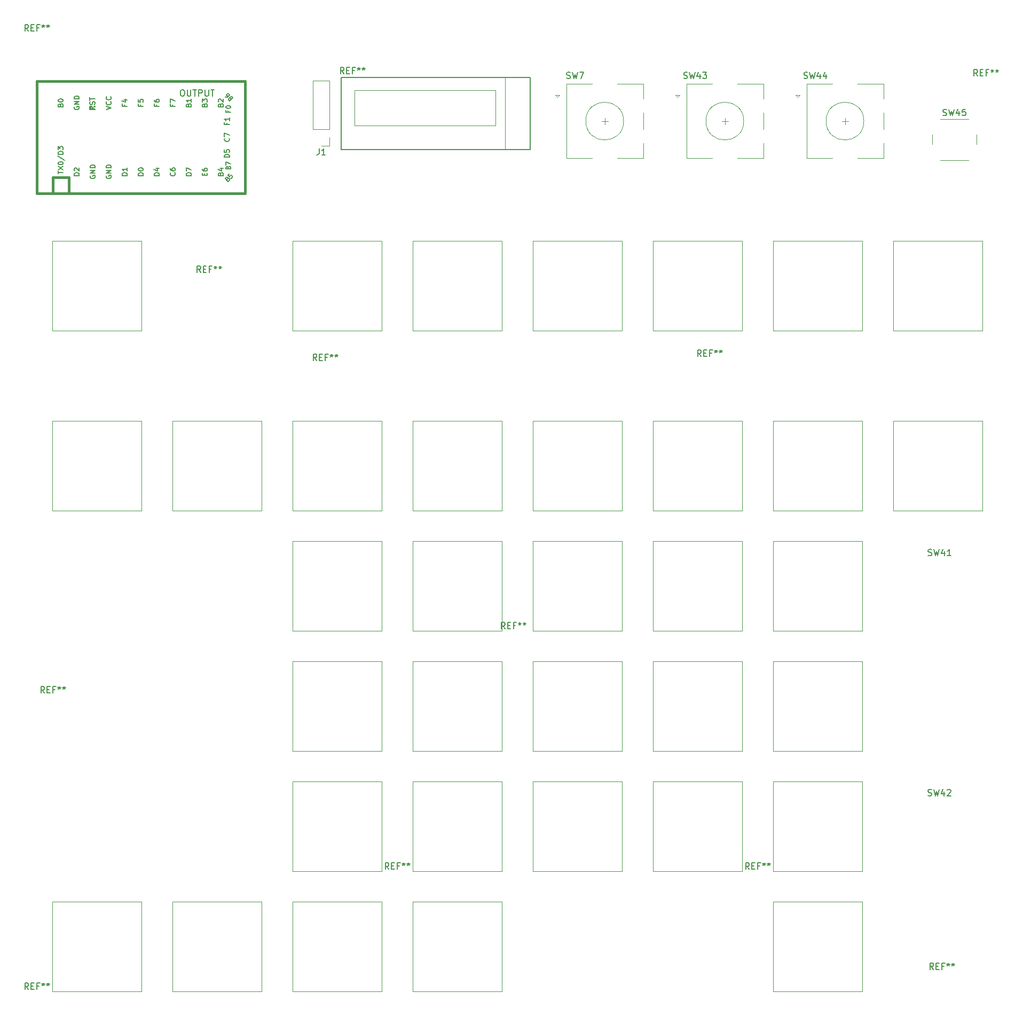
<source format=gbr>
%TF.GenerationSoftware,KiCad,Pcbnew,(5.1.10)-1*%
%TF.CreationDate,2021-08-17T12:27:07-04:00*%
%TF.ProjectId,macropad,6d616372-6f70-4616-942e-6b696361645f,rev?*%
%TF.SameCoordinates,Original*%
%TF.FileFunction,Legend,Top*%
%TF.FilePolarity,Positive*%
%FSLAX46Y46*%
G04 Gerber Fmt 4.6, Leading zero omitted, Abs format (unit mm)*
G04 Created by KiCad (PCBNEW (5.1.10)-1) date 2021-08-17 12:27:07*
%MOMM*%
%LPD*%
G01*
G04 APERTURE LIST*
%ADD10C,0.150000*%
%ADD11C,0.381000*%
%ADD12C,0.100000*%
%ADD13C,0.120000*%
G04 APERTURE END LIST*
D10*
X62365238Y-31837380D02*
X62555714Y-31837380D01*
X62650952Y-31885000D01*
X62746190Y-31980238D01*
X62793809Y-32170714D01*
X62793809Y-32504047D01*
X62746190Y-32694523D01*
X62650952Y-32789761D01*
X62555714Y-32837380D01*
X62365238Y-32837380D01*
X62270000Y-32789761D01*
X62174761Y-32694523D01*
X62127142Y-32504047D01*
X62127142Y-32170714D01*
X62174761Y-31980238D01*
X62270000Y-31885000D01*
X62365238Y-31837380D01*
X63222380Y-31837380D02*
X63222380Y-32646904D01*
X63270000Y-32742142D01*
X63317619Y-32789761D01*
X63412857Y-32837380D01*
X63603333Y-32837380D01*
X63698571Y-32789761D01*
X63746190Y-32742142D01*
X63793809Y-32646904D01*
X63793809Y-31837380D01*
X64127142Y-31837380D02*
X64698571Y-31837380D01*
X64412857Y-32837380D02*
X64412857Y-31837380D01*
X65031904Y-32837380D02*
X65031904Y-31837380D01*
X65412857Y-31837380D01*
X65508095Y-31885000D01*
X65555714Y-31932619D01*
X65603333Y-32027857D01*
X65603333Y-32170714D01*
X65555714Y-32265952D01*
X65508095Y-32313571D01*
X65412857Y-32361190D01*
X65031904Y-32361190D01*
X66031904Y-31837380D02*
X66031904Y-32646904D01*
X66079523Y-32742142D01*
X66127142Y-32789761D01*
X66222380Y-32837380D01*
X66412857Y-32837380D01*
X66508095Y-32789761D01*
X66555714Y-32742142D01*
X66603333Y-32646904D01*
X66603333Y-31837380D01*
X66936666Y-31837380D02*
X67508095Y-31837380D01*
X67222380Y-32837380D02*
X67222380Y-31837380D01*
D11*
%TO.C,U1*%
X41910000Y-48260000D02*
X72390000Y-48260000D01*
X72390000Y-48260000D02*
X72390000Y-30480000D01*
X72390000Y-30480000D02*
X41910000Y-30480000D01*
X41910000Y-45720000D02*
X44450000Y-45720000D01*
X44450000Y-45720000D02*
X44450000Y-48260000D01*
D10*
G36*
X47789360Y-34438432D02*
G01*
X48089360Y-34438432D01*
X48089360Y-34538432D01*
X47789360Y-34538432D01*
X47789360Y-34438432D01*
G37*
X47789360Y-34438432D02*
X48089360Y-34438432D01*
X48089360Y-34538432D01*
X47789360Y-34538432D01*
X47789360Y-34438432D01*
G36*
X48189360Y-34638432D02*
G01*
X48289360Y-34638432D01*
X48289360Y-34738432D01*
X48189360Y-34738432D01*
X48189360Y-34638432D01*
G37*
X48189360Y-34638432D02*
X48289360Y-34638432D01*
X48289360Y-34738432D01*
X48189360Y-34738432D01*
X48189360Y-34638432D01*
G36*
X47789360Y-34438432D02*
G01*
X47889360Y-34438432D01*
X47889360Y-34938432D01*
X47789360Y-34938432D01*
X47789360Y-34438432D01*
G37*
X47789360Y-34438432D02*
X47889360Y-34438432D01*
X47889360Y-34938432D01*
X47789360Y-34938432D01*
X47789360Y-34438432D01*
G36*
X47789360Y-34838432D02*
G01*
X48589360Y-34838432D01*
X48589360Y-34938432D01*
X47789360Y-34938432D01*
X47789360Y-34838432D01*
G37*
X47789360Y-34838432D02*
X48589360Y-34838432D01*
X48589360Y-34938432D01*
X47789360Y-34938432D01*
X47789360Y-34838432D01*
G36*
X48389360Y-34438432D02*
G01*
X48589360Y-34438432D01*
X48589360Y-34538432D01*
X48389360Y-34538432D01*
X48389360Y-34438432D01*
G37*
X48389360Y-34438432D02*
X48589360Y-34438432D01*
X48589360Y-34538432D01*
X48389360Y-34538432D01*
X48389360Y-34438432D01*
D11*
X41910000Y-30480000D02*
X39370000Y-30480000D01*
X39370000Y-30480000D02*
X39370000Y-48260000D01*
X39370000Y-48260000D02*
X41910000Y-48260000D01*
X41910000Y-45720000D02*
X41910000Y-48260000D01*
D10*
%TO.C,REF\u002A\u002A*%
X87630000Y-41345000D02*
X87630000Y-29845000D01*
X117630000Y-29845000D02*
X117630000Y-41345000D01*
X87630000Y-29845000D02*
X117630000Y-29845000D01*
X87630000Y-41345000D02*
X117630000Y-41345000D01*
D12*
X89730000Y-31945000D02*
X112110000Y-31945000D01*
X89730000Y-31945000D02*
X89730000Y-37525000D01*
X89730000Y-37525000D02*
X112110000Y-37525000D01*
X112110000Y-31945000D02*
X112110000Y-37525000D01*
X113630000Y-29845000D02*
X113630000Y-41345000D01*
D13*
%TO.C,SW43*%
X151470000Y-36790000D02*
G75*
G03*
X151470000Y-36790000I-3000000J0D01*
G01*
X150470000Y-30890000D02*
X154570000Y-30890000D01*
X154570000Y-42690000D02*
X150470000Y-42690000D01*
X146470000Y-42690000D02*
X142370000Y-42690000D01*
X146470000Y-30890000D02*
X142370000Y-30890000D01*
X142370000Y-30890000D02*
X142370000Y-42690000D01*
X140970000Y-32990000D02*
X140670000Y-32690000D01*
X140670000Y-32690000D02*
X141270000Y-32690000D01*
X141270000Y-32690000D02*
X140970000Y-32990000D01*
X154570000Y-30890000D02*
X154570000Y-33290000D01*
X154570000Y-35490000D02*
X154570000Y-38090000D01*
X154570000Y-40290000D02*
X154570000Y-42690000D01*
X148470000Y-36290000D02*
X148470000Y-37290000D01*
X147970000Y-36790000D02*
X148970000Y-36790000D01*
%TO.C,SW45*%
X182610000Y-42965000D02*
X187110000Y-42965000D01*
X181360000Y-38965000D02*
X181360000Y-40465000D01*
X187110000Y-36465000D02*
X182610000Y-36465000D01*
X188360000Y-40465000D02*
X188360000Y-38965000D01*
%TO.C,SW10*%
X79895000Y-55765000D02*
X79895000Y-69965000D01*
X79895000Y-69965000D02*
X94095000Y-69965000D01*
X94095000Y-69965000D02*
X94095000Y-55765000D01*
X94095000Y-55765000D02*
X79895000Y-55765000D01*
%TO.C,SW44*%
X170520000Y-36790000D02*
G75*
G03*
X170520000Y-36790000I-3000000J0D01*
G01*
X169520000Y-30890000D02*
X173620000Y-30890000D01*
X173620000Y-42690000D02*
X169520000Y-42690000D01*
X165520000Y-42690000D02*
X161420000Y-42690000D01*
X165520000Y-30890000D02*
X161420000Y-30890000D01*
X161420000Y-30890000D02*
X161420000Y-42690000D01*
X160020000Y-32990000D02*
X159720000Y-32690000D01*
X159720000Y-32690000D02*
X160320000Y-32690000D01*
X160320000Y-32690000D02*
X160020000Y-32990000D01*
X173620000Y-30890000D02*
X173620000Y-33290000D01*
X173620000Y-35490000D02*
X173620000Y-38090000D01*
X173620000Y-40290000D02*
X173620000Y-42690000D01*
X167520000Y-36290000D02*
X167520000Y-37290000D01*
X167020000Y-36790000D02*
X168020000Y-36790000D01*
%TO.C,SW7*%
X132420000Y-36790000D02*
G75*
G03*
X132420000Y-36790000I-3000000J0D01*
G01*
X131420000Y-30890000D02*
X135520000Y-30890000D01*
X135520000Y-42690000D02*
X131420000Y-42690000D01*
X127420000Y-42690000D02*
X123320000Y-42690000D01*
X127420000Y-30890000D02*
X123320000Y-30890000D01*
X123320000Y-30890000D02*
X123320000Y-42690000D01*
X121920000Y-32990000D02*
X121620000Y-32690000D01*
X121620000Y-32690000D02*
X122220000Y-32690000D01*
X122220000Y-32690000D02*
X121920000Y-32990000D01*
X135520000Y-30890000D02*
X135520000Y-33290000D01*
X135520000Y-35490000D02*
X135520000Y-38090000D01*
X135520000Y-40290000D02*
X135520000Y-42690000D01*
X129420000Y-36290000D02*
X129420000Y-37290000D01*
X128920000Y-36790000D02*
X129920000Y-36790000D01*
%TO.C,J1*%
X85785000Y-40700000D02*
X84455000Y-40700000D01*
X85785000Y-39370000D02*
X85785000Y-40700000D01*
X85785000Y-38100000D02*
X83125000Y-38100000D01*
X83125000Y-38100000D02*
X83125000Y-30420000D01*
X85785000Y-38100000D02*
X85785000Y-30420000D01*
X85785000Y-30420000D02*
X83125000Y-30420000D01*
%TO.C,SW40*%
X189345000Y-84340000D02*
X175145000Y-84340000D01*
X189345000Y-98540000D02*
X189345000Y-84340000D01*
X175145000Y-98540000D02*
X189345000Y-98540000D01*
X175145000Y-84340000D02*
X175145000Y-98540000D01*
%TO.C,SW39*%
X175145000Y-55765000D02*
X175145000Y-69965000D01*
X175145000Y-69965000D02*
X189345000Y-69965000D01*
X189345000Y-69965000D02*
X189345000Y-55765000D01*
X189345000Y-55765000D02*
X175145000Y-55765000D01*
%TO.C,SW38*%
X170295000Y-160540000D02*
X156095000Y-160540000D01*
X170295000Y-174740000D02*
X170295000Y-160540000D01*
X156095000Y-174740000D02*
X170295000Y-174740000D01*
X156095000Y-160540000D02*
X156095000Y-174740000D01*
%TO.C,SW37*%
X170295000Y-141490000D02*
X156095000Y-141490000D01*
X170295000Y-155690000D02*
X170295000Y-141490000D01*
X156095000Y-155690000D02*
X170295000Y-155690000D01*
X156095000Y-141490000D02*
X156095000Y-155690000D01*
%TO.C,SW36*%
X170295000Y-122440000D02*
X156095000Y-122440000D01*
X170295000Y-136640000D02*
X170295000Y-122440000D01*
X156095000Y-136640000D02*
X170295000Y-136640000D01*
X156095000Y-122440000D02*
X156095000Y-136640000D01*
%TO.C,SW35*%
X170295000Y-103390000D02*
X156095000Y-103390000D01*
X170295000Y-117590000D02*
X170295000Y-103390000D01*
X156095000Y-117590000D02*
X170295000Y-117590000D01*
X156095000Y-103390000D02*
X156095000Y-117590000D01*
%TO.C,SW34*%
X170295000Y-84340000D02*
X156095000Y-84340000D01*
X170295000Y-98540000D02*
X170295000Y-84340000D01*
X156095000Y-98540000D02*
X170295000Y-98540000D01*
X156095000Y-84340000D02*
X156095000Y-98540000D01*
%TO.C,SW33*%
X156095000Y-55765000D02*
X156095000Y-69965000D01*
X156095000Y-69965000D02*
X170295000Y-69965000D01*
X170295000Y-69965000D02*
X170295000Y-55765000D01*
X170295000Y-55765000D02*
X156095000Y-55765000D01*
%TO.C,SW32*%
X151245000Y-141490000D02*
X137045000Y-141490000D01*
X151245000Y-155690000D02*
X151245000Y-141490000D01*
X137045000Y-155690000D02*
X151245000Y-155690000D01*
X137045000Y-141490000D02*
X137045000Y-155690000D01*
%TO.C,SW31*%
X151245000Y-122440000D02*
X137045000Y-122440000D01*
X151245000Y-136640000D02*
X151245000Y-122440000D01*
X137045000Y-136640000D02*
X151245000Y-136640000D01*
X137045000Y-122440000D02*
X137045000Y-136640000D01*
%TO.C,SW30*%
X151245000Y-103390000D02*
X137045000Y-103390000D01*
X151245000Y-117590000D02*
X151245000Y-103390000D01*
X137045000Y-117590000D02*
X151245000Y-117590000D01*
X137045000Y-103390000D02*
X137045000Y-117590000D01*
%TO.C,SW29*%
X151245000Y-84340000D02*
X137045000Y-84340000D01*
X151245000Y-98540000D02*
X151245000Y-84340000D01*
X137045000Y-98540000D02*
X151245000Y-98540000D01*
X137045000Y-84340000D02*
X137045000Y-98540000D01*
%TO.C,SW28*%
X137045000Y-55765000D02*
X137045000Y-69965000D01*
X137045000Y-69965000D02*
X151245000Y-69965000D01*
X151245000Y-69965000D02*
X151245000Y-55765000D01*
X151245000Y-55765000D02*
X137045000Y-55765000D01*
%TO.C,SW26*%
X132195000Y-141490000D02*
X117995000Y-141490000D01*
X132195000Y-155690000D02*
X132195000Y-141490000D01*
X117995000Y-155690000D02*
X132195000Y-155690000D01*
X117995000Y-141490000D02*
X117995000Y-155690000D01*
%TO.C,SW25*%
X132195000Y-122440000D02*
X117995000Y-122440000D01*
X132195000Y-136640000D02*
X132195000Y-122440000D01*
X117995000Y-136640000D02*
X132195000Y-136640000D01*
X117995000Y-122440000D02*
X117995000Y-136640000D01*
%TO.C,SW24*%
X132195000Y-103390000D02*
X117995000Y-103390000D01*
X132195000Y-117590000D02*
X132195000Y-103390000D01*
X117995000Y-117590000D02*
X132195000Y-117590000D01*
X117995000Y-103390000D02*
X117995000Y-117590000D01*
%TO.C,SW23*%
X132195000Y-84340000D02*
X117995000Y-84340000D01*
X132195000Y-98540000D02*
X132195000Y-84340000D01*
X117995000Y-98540000D02*
X132195000Y-98540000D01*
X117995000Y-84340000D02*
X117995000Y-98540000D01*
%TO.C,SW22*%
X117995000Y-55765000D02*
X117995000Y-69965000D01*
X117995000Y-69965000D02*
X132195000Y-69965000D01*
X132195000Y-69965000D02*
X132195000Y-55765000D01*
X132195000Y-55765000D02*
X117995000Y-55765000D01*
%TO.C,SW21*%
X113145000Y-160540000D02*
X98945000Y-160540000D01*
X113145000Y-174740000D02*
X113145000Y-160540000D01*
X98945000Y-174740000D02*
X113145000Y-174740000D01*
X98945000Y-160540000D02*
X98945000Y-174740000D01*
%TO.C,SW20*%
X113145000Y-141490000D02*
X98945000Y-141490000D01*
X113145000Y-155690000D02*
X113145000Y-141490000D01*
X98945000Y-155690000D02*
X113145000Y-155690000D01*
X98945000Y-141490000D02*
X98945000Y-155690000D01*
%TO.C,SW19*%
X113145000Y-122440000D02*
X98945000Y-122440000D01*
X113145000Y-136640000D02*
X113145000Y-122440000D01*
X98945000Y-136640000D02*
X113145000Y-136640000D01*
X98945000Y-122440000D02*
X98945000Y-136640000D01*
%TO.C,SW18*%
X113145000Y-103390000D02*
X98945000Y-103390000D01*
X113145000Y-117590000D02*
X113145000Y-103390000D01*
X98945000Y-117590000D02*
X113145000Y-117590000D01*
X98945000Y-103390000D02*
X98945000Y-117590000D01*
%TO.C,SW17*%
X113145000Y-84340000D02*
X98945000Y-84340000D01*
X113145000Y-98540000D02*
X113145000Y-84340000D01*
X98945000Y-98540000D02*
X113145000Y-98540000D01*
X98945000Y-84340000D02*
X98945000Y-98540000D01*
%TO.C,SW16*%
X98945000Y-55765000D02*
X98945000Y-69965000D01*
X98945000Y-69965000D02*
X113145000Y-69965000D01*
X113145000Y-69965000D02*
X113145000Y-55765000D01*
X113145000Y-55765000D02*
X98945000Y-55765000D01*
%TO.C,SW15*%
X94095000Y-160540000D02*
X79895000Y-160540000D01*
X94095000Y-174740000D02*
X94095000Y-160540000D01*
X79895000Y-174740000D02*
X94095000Y-174740000D01*
X79895000Y-160540000D02*
X79895000Y-174740000D01*
%TO.C,SW14*%
X94095000Y-141490000D02*
X79895000Y-141490000D01*
X94095000Y-155690000D02*
X94095000Y-141490000D01*
X79895000Y-155690000D02*
X94095000Y-155690000D01*
X79895000Y-141490000D02*
X79895000Y-155690000D01*
%TO.C,SW13*%
X94095000Y-122440000D02*
X79895000Y-122440000D01*
X94095000Y-136640000D02*
X94095000Y-122440000D01*
X79895000Y-136640000D02*
X94095000Y-136640000D01*
X79895000Y-122440000D02*
X79895000Y-136640000D01*
%TO.C,SW12*%
X94095000Y-103390000D02*
X79895000Y-103390000D01*
X94095000Y-117590000D02*
X94095000Y-103390000D01*
X79895000Y-117590000D02*
X94095000Y-117590000D01*
X79895000Y-103390000D02*
X79895000Y-117590000D01*
%TO.C,SW11*%
X94095000Y-84340000D02*
X79895000Y-84340000D01*
X94095000Y-98540000D02*
X94095000Y-84340000D01*
X79895000Y-98540000D02*
X94095000Y-98540000D01*
X79895000Y-84340000D02*
X79895000Y-98540000D01*
%TO.C,SW9*%
X75045000Y-160540000D02*
X60845000Y-160540000D01*
X75045000Y-174740000D02*
X75045000Y-160540000D01*
X60845000Y-174740000D02*
X75045000Y-174740000D01*
X60845000Y-160540000D02*
X60845000Y-174740000D01*
%TO.C,SW8*%
X75045000Y-84340000D02*
X60845000Y-84340000D01*
X75045000Y-98540000D02*
X75045000Y-84340000D01*
X60845000Y-98540000D02*
X75045000Y-98540000D01*
X60845000Y-84340000D02*
X60845000Y-98540000D01*
%TO.C,SW6*%
X55995000Y-160540000D02*
X41795000Y-160540000D01*
X55995000Y-174740000D02*
X55995000Y-160540000D01*
X41795000Y-174740000D02*
X55995000Y-174740000D01*
X41795000Y-160540000D02*
X41795000Y-174740000D01*
%TO.C,SW2*%
X55995000Y-84340000D02*
X41795000Y-84340000D01*
X55995000Y-98540000D02*
X55995000Y-84340000D01*
X41795000Y-98540000D02*
X55995000Y-98540000D01*
X41795000Y-84340000D02*
X41795000Y-98540000D01*
%TO.C,SW1*%
X41795000Y-55765000D02*
X41795000Y-69965000D01*
X41795000Y-69965000D02*
X55995000Y-69965000D01*
X55995000Y-69965000D02*
X55995000Y-55765000D01*
X55995000Y-55765000D02*
X41795000Y-55765000D01*
%TO.C,U1*%
D10*
X69911904Y-42500476D02*
X69111904Y-42500476D01*
X69111904Y-42310000D01*
X69150000Y-42195714D01*
X69226190Y-42119523D01*
X69302380Y-42081428D01*
X69454761Y-42043333D01*
X69569047Y-42043333D01*
X69721428Y-42081428D01*
X69797619Y-42119523D01*
X69873809Y-42195714D01*
X69911904Y-42310000D01*
X69911904Y-42500476D01*
X69111904Y-41319523D02*
X69111904Y-41700476D01*
X69492857Y-41738571D01*
X69454761Y-41700476D01*
X69416666Y-41624285D01*
X69416666Y-41433809D01*
X69454761Y-41357619D01*
X69492857Y-41319523D01*
X69569047Y-41281428D01*
X69759523Y-41281428D01*
X69835714Y-41319523D01*
X69873809Y-41357619D01*
X69911904Y-41433809D01*
X69911904Y-41624285D01*
X69873809Y-41700476D01*
X69835714Y-41738571D01*
X69492857Y-37096666D02*
X69492857Y-37363333D01*
X69911904Y-37363333D02*
X69111904Y-37363333D01*
X69111904Y-36982380D01*
X69911904Y-36258571D02*
X69911904Y-36715714D01*
X69911904Y-36487142D02*
X69111904Y-36487142D01*
X69226190Y-36563333D01*
X69302380Y-36639523D01*
X69340476Y-36715714D01*
X69835714Y-39503333D02*
X69873809Y-39541428D01*
X69911904Y-39655714D01*
X69911904Y-39731904D01*
X69873809Y-39846190D01*
X69797619Y-39922380D01*
X69721428Y-39960476D01*
X69569047Y-39998571D01*
X69454761Y-39998571D01*
X69302380Y-39960476D01*
X69226190Y-39922380D01*
X69150000Y-39846190D01*
X69111904Y-39731904D01*
X69111904Y-39655714D01*
X69150000Y-39541428D01*
X69188095Y-39503333D01*
X69111904Y-39236666D02*
X69111904Y-38703333D01*
X69911904Y-39046190D01*
X70014991Y-33205702D02*
X69967851Y-33111421D01*
X69967851Y-33064280D01*
X69991421Y-32993570D01*
X70062132Y-32922859D01*
X70132842Y-32899289D01*
X70179983Y-32899289D01*
X70250693Y-32922859D01*
X70439255Y-33111421D01*
X69944280Y-33606396D01*
X69779289Y-33441404D01*
X69755719Y-33370693D01*
X69755719Y-33323553D01*
X69779289Y-33252842D01*
X69826429Y-33205702D01*
X69897140Y-33182132D01*
X69944280Y-33182132D01*
X70014991Y-33205702D01*
X70179983Y-33370693D01*
X69237174Y-32899289D02*
X69331455Y-32993570D01*
X69402165Y-33017140D01*
X69449306Y-33017140D01*
X69567157Y-32993570D01*
X69685008Y-32922859D01*
X69873570Y-32734297D01*
X69897140Y-32663587D01*
X69897140Y-32616446D01*
X69873570Y-32545735D01*
X69779289Y-32451455D01*
X69708578Y-32427884D01*
X69661438Y-32427884D01*
X69590727Y-32451455D01*
X69472876Y-32569306D01*
X69449306Y-32640016D01*
X69449306Y-32687157D01*
X69472876Y-32757867D01*
X69567157Y-32852148D01*
X69637867Y-32875719D01*
X69685008Y-32875719D01*
X69755719Y-32852148D01*
X69700000Y-35103333D02*
X69700000Y-35336666D01*
X70066666Y-35336666D02*
X69366666Y-35336666D01*
X69366666Y-35003333D01*
X69366666Y-34603333D02*
X69366666Y-34536666D01*
X69400000Y-34470000D01*
X69433333Y-34436666D01*
X69500000Y-34403333D01*
X69633333Y-34370000D01*
X69800000Y-34370000D01*
X69933333Y-34403333D01*
X70000000Y-34436666D01*
X70033333Y-34470000D01*
X70066666Y-34536666D01*
X70066666Y-34603333D01*
X70033333Y-34670000D01*
X70000000Y-34703333D01*
X69933333Y-34736666D01*
X69800000Y-34770000D01*
X69633333Y-34770000D01*
X69500000Y-34736666D01*
X69433333Y-34703333D01*
X69400000Y-34670000D01*
X69366666Y-34603333D01*
X69700000Y-44153333D02*
X69733333Y-44053333D01*
X69766666Y-44020000D01*
X69833333Y-43986666D01*
X69933333Y-43986666D01*
X70000000Y-44020000D01*
X70033333Y-44053333D01*
X70066666Y-44120000D01*
X70066666Y-44386666D01*
X69366666Y-44386666D01*
X69366666Y-44153333D01*
X69400000Y-44086666D01*
X69433333Y-44053333D01*
X69500000Y-44020000D01*
X69566666Y-44020000D01*
X69633333Y-44053333D01*
X69666666Y-44086666D01*
X69700000Y-44153333D01*
X69700000Y-44386666D01*
X69366666Y-43753333D02*
X69366666Y-43286666D01*
X70066666Y-43586666D01*
X42741904Y-45132348D02*
X42741904Y-44675205D01*
X43541904Y-44903776D02*
X42741904Y-44903776D01*
X42741904Y-44484729D02*
X43541904Y-43951395D01*
X42741904Y-43951395D02*
X43541904Y-44484729D01*
X42741904Y-43494252D02*
X42741904Y-43418062D01*
X42780000Y-43341872D01*
X42818095Y-43303776D01*
X42894285Y-43265681D01*
X43046666Y-43227586D01*
X43237142Y-43227586D01*
X43389523Y-43265681D01*
X43465714Y-43303776D01*
X43503809Y-43341872D01*
X43541904Y-43418062D01*
X43541904Y-43494252D01*
X43503809Y-43570443D01*
X43465714Y-43608538D01*
X43389523Y-43646633D01*
X43237142Y-43684729D01*
X43046666Y-43684729D01*
X42894285Y-43646633D01*
X42818095Y-43608538D01*
X42780000Y-43570443D01*
X42741904Y-43494252D01*
X42703809Y-42313300D02*
X43732380Y-42999014D01*
X43541904Y-42046633D02*
X42741904Y-42046633D01*
X42741904Y-41856157D01*
X42780000Y-41741872D01*
X42856190Y-41665681D01*
X42932380Y-41627586D01*
X43084761Y-41589491D01*
X43199047Y-41589491D01*
X43351428Y-41627586D01*
X43427619Y-41665681D01*
X43503809Y-41741872D01*
X43541904Y-41856157D01*
X43541904Y-42046633D01*
X42741904Y-41322824D02*
X42741904Y-40827586D01*
X43046666Y-41094252D01*
X43046666Y-40979967D01*
X43084761Y-40903776D01*
X43122857Y-40865681D01*
X43199047Y-40827586D01*
X43389523Y-40827586D01*
X43465714Y-40865681D01*
X43503809Y-40903776D01*
X43541904Y-40979967D01*
X43541904Y-41208538D01*
X43503809Y-41284729D01*
X43465714Y-41322824D01*
X46081904Y-45421476D02*
X45281904Y-45421476D01*
X45281904Y-45231000D01*
X45320000Y-45116714D01*
X45396190Y-45040523D01*
X45472380Y-45002428D01*
X45624761Y-44964333D01*
X45739047Y-44964333D01*
X45891428Y-45002428D01*
X45967619Y-45040523D01*
X46043809Y-45116714D01*
X46081904Y-45231000D01*
X46081904Y-45421476D01*
X45358095Y-44659571D02*
X45320000Y-44621476D01*
X45281904Y-44545285D01*
X45281904Y-44354809D01*
X45320000Y-44278619D01*
X45358095Y-44240523D01*
X45434285Y-44202428D01*
X45510476Y-44202428D01*
X45624761Y-44240523D01*
X46081904Y-44697666D01*
X46081904Y-44202428D01*
X56241904Y-45421476D02*
X55441904Y-45421476D01*
X55441904Y-45231000D01*
X55480000Y-45116714D01*
X55556190Y-45040523D01*
X55632380Y-45002428D01*
X55784761Y-44964333D01*
X55899047Y-44964333D01*
X56051428Y-45002428D01*
X56127619Y-45040523D01*
X56203809Y-45116714D01*
X56241904Y-45231000D01*
X56241904Y-45421476D01*
X55441904Y-44469095D02*
X55441904Y-44392904D01*
X55480000Y-44316714D01*
X55518095Y-44278619D01*
X55594285Y-44240523D01*
X55746666Y-44202428D01*
X55937142Y-44202428D01*
X56089523Y-44240523D01*
X56165714Y-44278619D01*
X56203809Y-44316714D01*
X56241904Y-44392904D01*
X56241904Y-44469095D01*
X56203809Y-44545285D01*
X56165714Y-44583380D01*
X56089523Y-44621476D01*
X55937142Y-44659571D01*
X55746666Y-44659571D01*
X55594285Y-44621476D01*
X55518095Y-44583380D01*
X55480000Y-44545285D01*
X55441904Y-44469095D01*
X53701904Y-45421476D02*
X52901904Y-45421476D01*
X52901904Y-45231000D01*
X52940000Y-45116714D01*
X53016190Y-45040523D01*
X53092380Y-45002428D01*
X53244761Y-44964333D01*
X53359047Y-44964333D01*
X53511428Y-45002428D01*
X53587619Y-45040523D01*
X53663809Y-45116714D01*
X53701904Y-45231000D01*
X53701904Y-45421476D01*
X53701904Y-44202428D02*
X53701904Y-44659571D01*
X53701904Y-44431000D02*
X52901904Y-44431000D01*
X53016190Y-44507190D01*
X53092380Y-44583380D01*
X53130476Y-44659571D01*
X50400000Y-45440523D02*
X50361904Y-45516714D01*
X50361904Y-45631000D01*
X50400000Y-45745285D01*
X50476190Y-45821476D01*
X50552380Y-45859571D01*
X50704761Y-45897666D01*
X50819047Y-45897666D01*
X50971428Y-45859571D01*
X51047619Y-45821476D01*
X51123809Y-45745285D01*
X51161904Y-45631000D01*
X51161904Y-45554809D01*
X51123809Y-45440523D01*
X51085714Y-45402428D01*
X50819047Y-45402428D01*
X50819047Y-45554809D01*
X51161904Y-45059571D02*
X50361904Y-45059571D01*
X51161904Y-44602428D01*
X50361904Y-44602428D01*
X51161904Y-44221476D02*
X50361904Y-44221476D01*
X50361904Y-44031000D01*
X50400000Y-43916714D01*
X50476190Y-43840523D01*
X50552380Y-43802428D01*
X50704761Y-43764333D01*
X50819047Y-43764333D01*
X50971428Y-43802428D01*
X51047619Y-43840523D01*
X51123809Y-43916714D01*
X51161904Y-44031000D01*
X51161904Y-44221476D01*
X47860000Y-45440523D02*
X47821904Y-45516714D01*
X47821904Y-45631000D01*
X47860000Y-45745285D01*
X47936190Y-45821476D01*
X48012380Y-45859571D01*
X48164761Y-45897666D01*
X48279047Y-45897666D01*
X48431428Y-45859571D01*
X48507619Y-45821476D01*
X48583809Y-45745285D01*
X48621904Y-45631000D01*
X48621904Y-45554809D01*
X48583809Y-45440523D01*
X48545714Y-45402428D01*
X48279047Y-45402428D01*
X48279047Y-45554809D01*
X48621904Y-45059571D02*
X47821904Y-45059571D01*
X48621904Y-44602428D01*
X47821904Y-44602428D01*
X48621904Y-44221476D02*
X47821904Y-44221476D01*
X47821904Y-44031000D01*
X47860000Y-43916714D01*
X47936190Y-43840523D01*
X48012380Y-43802428D01*
X48164761Y-43764333D01*
X48279047Y-43764333D01*
X48431428Y-43802428D01*
X48507619Y-43840523D01*
X48583809Y-43916714D01*
X48621904Y-44031000D01*
X48621904Y-44221476D01*
X58781904Y-45421476D02*
X57981904Y-45421476D01*
X57981904Y-45231000D01*
X58020000Y-45116714D01*
X58096190Y-45040523D01*
X58172380Y-45002428D01*
X58324761Y-44964333D01*
X58439047Y-44964333D01*
X58591428Y-45002428D01*
X58667619Y-45040523D01*
X58743809Y-45116714D01*
X58781904Y-45231000D01*
X58781904Y-45421476D01*
X58248571Y-44278619D02*
X58781904Y-44278619D01*
X57943809Y-44469095D02*
X58515238Y-44659571D01*
X58515238Y-44164333D01*
X61245714Y-44964333D02*
X61283809Y-45002428D01*
X61321904Y-45116714D01*
X61321904Y-45192904D01*
X61283809Y-45307190D01*
X61207619Y-45383380D01*
X61131428Y-45421476D01*
X60979047Y-45459571D01*
X60864761Y-45459571D01*
X60712380Y-45421476D01*
X60636190Y-45383380D01*
X60560000Y-45307190D01*
X60521904Y-45192904D01*
X60521904Y-45116714D01*
X60560000Y-45002428D01*
X60598095Y-44964333D01*
X60521904Y-44278619D02*
X60521904Y-44431000D01*
X60560000Y-44507190D01*
X60598095Y-44545285D01*
X60712380Y-44621476D01*
X60864761Y-44659571D01*
X61169523Y-44659571D01*
X61245714Y-44621476D01*
X61283809Y-44583380D01*
X61321904Y-44507190D01*
X61321904Y-44354809D01*
X61283809Y-44278619D01*
X61245714Y-44240523D01*
X61169523Y-44202428D01*
X60979047Y-44202428D01*
X60902857Y-44240523D01*
X60864761Y-44278619D01*
X60826666Y-44354809D01*
X60826666Y-44507190D01*
X60864761Y-44583380D01*
X60902857Y-44621476D01*
X60979047Y-44659571D01*
X63861904Y-45421476D02*
X63061904Y-45421476D01*
X63061904Y-45231000D01*
X63100000Y-45116714D01*
X63176190Y-45040523D01*
X63252380Y-45002428D01*
X63404761Y-44964333D01*
X63519047Y-44964333D01*
X63671428Y-45002428D01*
X63747619Y-45040523D01*
X63823809Y-45116714D01*
X63861904Y-45231000D01*
X63861904Y-45421476D01*
X63061904Y-44697666D02*
X63061904Y-44164333D01*
X63861904Y-44507190D01*
X65982857Y-45383380D02*
X65982857Y-45116714D01*
X66401904Y-45002428D02*
X66401904Y-45383380D01*
X65601904Y-45383380D01*
X65601904Y-45002428D01*
X65601904Y-44316714D02*
X65601904Y-44469095D01*
X65640000Y-44545285D01*
X65678095Y-44583380D01*
X65792380Y-44659571D01*
X65944761Y-44697666D01*
X66249523Y-44697666D01*
X66325714Y-44659571D01*
X66363809Y-44621476D01*
X66401904Y-44545285D01*
X66401904Y-44392904D01*
X66363809Y-44316714D01*
X66325714Y-44278619D01*
X66249523Y-44240523D01*
X66059047Y-44240523D01*
X65982857Y-44278619D01*
X65944761Y-44316714D01*
X65906666Y-44392904D01*
X65906666Y-44545285D01*
X65944761Y-44621476D01*
X65982857Y-44659571D01*
X66059047Y-44697666D01*
X68522857Y-45154809D02*
X68560952Y-45040523D01*
X68599047Y-45002428D01*
X68675238Y-44964333D01*
X68789523Y-44964333D01*
X68865714Y-45002428D01*
X68903809Y-45040523D01*
X68941904Y-45116714D01*
X68941904Y-45421476D01*
X68141904Y-45421476D01*
X68141904Y-45154809D01*
X68180000Y-45078619D01*
X68218095Y-45040523D01*
X68294285Y-45002428D01*
X68370476Y-45002428D01*
X68446666Y-45040523D01*
X68484761Y-45078619D01*
X68522857Y-45154809D01*
X68522857Y-45421476D01*
X68408571Y-44278619D02*
X68941904Y-44278619D01*
X68103809Y-44469095D02*
X68675238Y-44659571D01*
X68675238Y-44164333D01*
X69614297Y-45934991D02*
X69708578Y-45887851D01*
X69755719Y-45887851D01*
X69826429Y-45911421D01*
X69897140Y-45982132D01*
X69920710Y-46052842D01*
X69920710Y-46099983D01*
X69897140Y-46170693D01*
X69708578Y-46359255D01*
X69213603Y-45864280D01*
X69378595Y-45699289D01*
X69449306Y-45675719D01*
X69496446Y-45675719D01*
X69567157Y-45699289D01*
X69614297Y-45746429D01*
X69637867Y-45817140D01*
X69637867Y-45864280D01*
X69614297Y-45934991D01*
X69449306Y-46099983D01*
X69944280Y-45133603D02*
X69708578Y-45369306D01*
X69920710Y-45628578D01*
X69920710Y-45581438D01*
X69944280Y-45510727D01*
X70062132Y-45392876D01*
X70132842Y-45369306D01*
X70179983Y-45369306D01*
X70250693Y-45392876D01*
X70368544Y-45510727D01*
X70392115Y-45581438D01*
X70392115Y-45628578D01*
X70368544Y-45699289D01*
X70250693Y-45817140D01*
X70179983Y-45840710D01*
X70132842Y-45840710D01*
X65982857Y-34232809D02*
X66020952Y-34118523D01*
X66059047Y-34080428D01*
X66135238Y-34042333D01*
X66249523Y-34042333D01*
X66325714Y-34080428D01*
X66363809Y-34118523D01*
X66401904Y-34194714D01*
X66401904Y-34499476D01*
X65601904Y-34499476D01*
X65601904Y-34232809D01*
X65640000Y-34156619D01*
X65678095Y-34118523D01*
X65754285Y-34080428D01*
X65830476Y-34080428D01*
X65906666Y-34118523D01*
X65944761Y-34156619D01*
X65982857Y-34232809D01*
X65982857Y-34499476D01*
X65601904Y-33775666D02*
X65601904Y-33280428D01*
X65906666Y-33547095D01*
X65906666Y-33432809D01*
X65944761Y-33356619D01*
X65982857Y-33318523D01*
X66059047Y-33280428D01*
X66249523Y-33280428D01*
X66325714Y-33318523D01*
X66363809Y-33356619D01*
X66401904Y-33432809D01*
X66401904Y-33661380D01*
X66363809Y-33737571D01*
X66325714Y-33775666D01*
X63442857Y-34232809D02*
X63480952Y-34118523D01*
X63519047Y-34080428D01*
X63595238Y-34042333D01*
X63709523Y-34042333D01*
X63785714Y-34080428D01*
X63823809Y-34118523D01*
X63861904Y-34194714D01*
X63861904Y-34499476D01*
X63061904Y-34499476D01*
X63061904Y-34232809D01*
X63100000Y-34156619D01*
X63138095Y-34118523D01*
X63214285Y-34080428D01*
X63290476Y-34080428D01*
X63366666Y-34118523D01*
X63404761Y-34156619D01*
X63442857Y-34232809D01*
X63442857Y-34499476D01*
X63861904Y-33280428D02*
X63861904Y-33737571D01*
X63861904Y-33509000D02*
X63061904Y-33509000D01*
X63176190Y-33585190D01*
X63252380Y-33661380D01*
X63290476Y-33737571D01*
X53282857Y-34175666D02*
X53282857Y-34442333D01*
X53701904Y-34442333D02*
X52901904Y-34442333D01*
X52901904Y-34061380D01*
X53168571Y-33413761D02*
X53701904Y-33413761D01*
X52863809Y-33604238D02*
X53435238Y-33794714D01*
X53435238Y-33299476D01*
X50361904Y-34975666D02*
X51161904Y-34709000D01*
X50361904Y-34442333D01*
X51085714Y-33718523D02*
X51123809Y-33756619D01*
X51161904Y-33870904D01*
X51161904Y-33947095D01*
X51123809Y-34061380D01*
X51047619Y-34137571D01*
X50971428Y-34175666D01*
X50819047Y-34213761D01*
X50704761Y-34213761D01*
X50552380Y-34175666D01*
X50476190Y-34137571D01*
X50400000Y-34061380D01*
X50361904Y-33947095D01*
X50361904Y-33870904D01*
X50400000Y-33756619D01*
X50438095Y-33718523D01*
X51085714Y-32918523D02*
X51123809Y-32956619D01*
X51161904Y-33070904D01*
X51161904Y-33147095D01*
X51123809Y-33261380D01*
X51047619Y-33337571D01*
X50971428Y-33375666D01*
X50819047Y-33413761D01*
X50704761Y-33413761D01*
X50552380Y-33375666D01*
X50476190Y-33337571D01*
X50400000Y-33261380D01*
X50361904Y-33147095D01*
X50361904Y-33070904D01*
X50400000Y-32956619D01*
X50438095Y-32918523D01*
X48553809Y-34170213D02*
X48591904Y-34055927D01*
X48591904Y-33865451D01*
X48553809Y-33789260D01*
X48515714Y-33751165D01*
X48439523Y-33713070D01*
X48363333Y-33713070D01*
X48287142Y-33751165D01*
X48249047Y-33789260D01*
X48210952Y-33865451D01*
X48172857Y-34017832D01*
X48134761Y-34094022D01*
X48096666Y-34132118D01*
X48020476Y-34170213D01*
X47944285Y-34170213D01*
X47868095Y-34132118D01*
X47830000Y-34094022D01*
X47791904Y-34017832D01*
X47791904Y-33827356D01*
X47830000Y-33713070D01*
X47791904Y-33484499D02*
X47791904Y-33027356D01*
X48591904Y-33255927D02*
X47791904Y-33255927D01*
X45320000Y-34518523D02*
X45281904Y-34594714D01*
X45281904Y-34709000D01*
X45320000Y-34823285D01*
X45396190Y-34899476D01*
X45472380Y-34937571D01*
X45624761Y-34975666D01*
X45739047Y-34975666D01*
X45891428Y-34937571D01*
X45967619Y-34899476D01*
X46043809Y-34823285D01*
X46081904Y-34709000D01*
X46081904Y-34632809D01*
X46043809Y-34518523D01*
X46005714Y-34480428D01*
X45739047Y-34480428D01*
X45739047Y-34632809D01*
X46081904Y-34137571D02*
X45281904Y-34137571D01*
X46081904Y-33680428D01*
X45281904Y-33680428D01*
X46081904Y-33299476D02*
X45281904Y-33299476D01*
X45281904Y-33109000D01*
X45320000Y-32994714D01*
X45396190Y-32918523D01*
X45472380Y-32880428D01*
X45624761Y-32842333D01*
X45739047Y-32842333D01*
X45891428Y-32880428D01*
X45967619Y-32918523D01*
X46043809Y-32994714D01*
X46081904Y-33109000D01*
X46081904Y-33299476D01*
X43122857Y-34232809D02*
X43160952Y-34118523D01*
X43199047Y-34080428D01*
X43275238Y-34042333D01*
X43389523Y-34042333D01*
X43465714Y-34080428D01*
X43503809Y-34118523D01*
X43541904Y-34194714D01*
X43541904Y-34499476D01*
X42741904Y-34499476D01*
X42741904Y-34232809D01*
X42780000Y-34156619D01*
X42818095Y-34118523D01*
X42894285Y-34080428D01*
X42970476Y-34080428D01*
X43046666Y-34118523D01*
X43084761Y-34156619D01*
X43122857Y-34232809D01*
X43122857Y-34499476D01*
X42741904Y-33547095D02*
X42741904Y-33470904D01*
X42780000Y-33394714D01*
X42818095Y-33356619D01*
X42894285Y-33318523D01*
X43046666Y-33280428D01*
X43237142Y-33280428D01*
X43389523Y-33318523D01*
X43465714Y-33356619D01*
X43503809Y-33394714D01*
X43541904Y-33470904D01*
X43541904Y-33547095D01*
X43503809Y-33623285D01*
X43465714Y-33661380D01*
X43389523Y-33699476D01*
X43237142Y-33737571D01*
X43046666Y-33737571D01*
X42894285Y-33699476D01*
X42818095Y-33661380D01*
X42780000Y-33623285D01*
X42741904Y-33547095D01*
X55822857Y-34175666D02*
X55822857Y-34442333D01*
X56241904Y-34442333D02*
X55441904Y-34442333D01*
X55441904Y-34061380D01*
X55441904Y-33375666D02*
X55441904Y-33756619D01*
X55822857Y-33794714D01*
X55784761Y-33756619D01*
X55746666Y-33680428D01*
X55746666Y-33489952D01*
X55784761Y-33413761D01*
X55822857Y-33375666D01*
X55899047Y-33337571D01*
X56089523Y-33337571D01*
X56165714Y-33375666D01*
X56203809Y-33413761D01*
X56241904Y-33489952D01*
X56241904Y-33680428D01*
X56203809Y-33756619D01*
X56165714Y-33794714D01*
X58362857Y-34175666D02*
X58362857Y-34442333D01*
X58781904Y-34442333D02*
X57981904Y-34442333D01*
X57981904Y-34061380D01*
X57981904Y-33413761D02*
X57981904Y-33566142D01*
X58020000Y-33642333D01*
X58058095Y-33680428D01*
X58172380Y-33756619D01*
X58324761Y-33794714D01*
X58629523Y-33794714D01*
X58705714Y-33756619D01*
X58743809Y-33718523D01*
X58781904Y-33642333D01*
X58781904Y-33489952D01*
X58743809Y-33413761D01*
X58705714Y-33375666D01*
X58629523Y-33337571D01*
X58439047Y-33337571D01*
X58362857Y-33375666D01*
X58324761Y-33413761D01*
X58286666Y-33489952D01*
X58286666Y-33642333D01*
X58324761Y-33718523D01*
X58362857Y-33756619D01*
X58439047Y-33794714D01*
X60902857Y-34175666D02*
X60902857Y-34442333D01*
X61321904Y-34442333D02*
X60521904Y-34442333D01*
X60521904Y-34061380D01*
X60521904Y-33832809D02*
X60521904Y-33299476D01*
X61321904Y-33642333D01*
X68522857Y-34232809D02*
X68560952Y-34118523D01*
X68599047Y-34080428D01*
X68675238Y-34042333D01*
X68789523Y-34042333D01*
X68865714Y-34080428D01*
X68903809Y-34118523D01*
X68941904Y-34194714D01*
X68941904Y-34499476D01*
X68141904Y-34499476D01*
X68141904Y-34232809D01*
X68180000Y-34156619D01*
X68218095Y-34118523D01*
X68294285Y-34080428D01*
X68370476Y-34080428D01*
X68446666Y-34118523D01*
X68484761Y-34156619D01*
X68522857Y-34232809D01*
X68522857Y-34499476D01*
X68218095Y-33737571D02*
X68180000Y-33699476D01*
X68141904Y-33623285D01*
X68141904Y-33432809D01*
X68180000Y-33356619D01*
X68218095Y-33318523D01*
X68294285Y-33280428D01*
X68370476Y-33280428D01*
X68484761Y-33318523D01*
X68941904Y-33775666D01*
X68941904Y-33280428D01*
%TO.C,REF\u002A\u002A*%
X88074666Y-29281380D02*
X87741333Y-28805190D01*
X87503238Y-29281380D02*
X87503238Y-28281380D01*
X87884190Y-28281380D01*
X87979428Y-28329000D01*
X88027047Y-28376619D01*
X88074666Y-28471857D01*
X88074666Y-28614714D01*
X88027047Y-28709952D01*
X87979428Y-28757571D01*
X87884190Y-28805190D01*
X87503238Y-28805190D01*
X88503238Y-28757571D02*
X88836571Y-28757571D01*
X88979428Y-29281380D02*
X88503238Y-29281380D01*
X88503238Y-28281380D01*
X88979428Y-28281380D01*
X89741333Y-28757571D02*
X89408000Y-28757571D01*
X89408000Y-29281380D02*
X89408000Y-28281380D01*
X89884190Y-28281380D01*
X90408000Y-28281380D02*
X90408000Y-28519476D01*
X90169904Y-28424238D02*
X90408000Y-28519476D01*
X90646095Y-28424238D01*
X90265142Y-28709952D02*
X90408000Y-28519476D01*
X90550857Y-28709952D01*
X91169904Y-28281380D02*
X91169904Y-28519476D01*
X90931809Y-28424238D02*
X91169904Y-28519476D01*
X91408000Y-28424238D01*
X91027047Y-28709952D02*
X91169904Y-28519476D01*
X91312761Y-28709952D01*
%TO.C,SW43*%
X141960476Y-29994761D02*
X142103333Y-30042380D01*
X142341428Y-30042380D01*
X142436666Y-29994761D01*
X142484285Y-29947142D01*
X142531904Y-29851904D01*
X142531904Y-29756666D01*
X142484285Y-29661428D01*
X142436666Y-29613809D01*
X142341428Y-29566190D01*
X142150952Y-29518571D01*
X142055714Y-29470952D01*
X142008095Y-29423333D01*
X141960476Y-29328095D01*
X141960476Y-29232857D01*
X142008095Y-29137619D01*
X142055714Y-29090000D01*
X142150952Y-29042380D01*
X142389047Y-29042380D01*
X142531904Y-29090000D01*
X142865238Y-29042380D02*
X143103333Y-30042380D01*
X143293809Y-29328095D01*
X143484285Y-30042380D01*
X143722380Y-29042380D01*
X144531904Y-29375714D02*
X144531904Y-30042380D01*
X144293809Y-28994761D02*
X144055714Y-29709047D01*
X144674761Y-29709047D01*
X144960476Y-29042380D02*
X145579523Y-29042380D01*
X145246190Y-29423333D01*
X145389047Y-29423333D01*
X145484285Y-29470952D01*
X145531904Y-29518571D01*
X145579523Y-29613809D01*
X145579523Y-29851904D01*
X145531904Y-29947142D01*
X145484285Y-29994761D01*
X145389047Y-30042380D01*
X145103333Y-30042380D01*
X145008095Y-29994761D01*
X144960476Y-29947142D01*
%TO.C,REF\u002A\u002A*%
X38036666Y-174417380D02*
X37703333Y-173941190D01*
X37465238Y-174417380D02*
X37465238Y-173417380D01*
X37846190Y-173417380D01*
X37941428Y-173465000D01*
X37989047Y-173512619D01*
X38036666Y-173607857D01*
X38036666Y-173750714D01*
X37989047Y-173845952D01*
X37941428Y-173893571D01*
X37846190Y-173941190D01*
X37465238Y-173941190D01*
X38465238Y-173893571D02*
X38798571Y-173893571D01*
X38941428Y-174417380D02*
X38465238Y-174417380D01*
X38465238Y-173417380D01*
X38941428Y-173417380D01*
X39703333Y-173893571D02*
X39370000Y-173893571D01*
X39370000Y-174417380D02*
X39370000Y-173417380D01*
X39846190Y-173417380D01*
X40370000Y-173417380D02*
X40370000Y-173655476D01*
X40131904Y-173560238D02*
X40370000Y-173655476D01*
X40608095Y-173560238D01*
X40227142Y-173845952D02*
X40370000Y-173655476D01*
X40512857Y-173845952D01*
X41131904Y-173417380D02*
X41131904Y-173655476D01*
X40893809Y-173560238D02*
X41131904Y-173655476D01*
X41370000Y-173560238D01*
X40989047Y-173845952D02*
X41131904Y-173655476D01*
X41274761Y-173845952D01*
%TO.C,SW45*%
X183050476Y-35869761D02*
X183193333Y-35917380D01*
X183431428Y-35917380D01*
X183526666Y-35869761D01*
X183574285Y-35822142D01*
X183621904Y-35726904D01*
X183621904Y-35631666D01*
X183574285Y-35536428D01*
X183526666Y-35488809D01*
X183431428Y-35441190D01*
X183240952Y-35393571D01*
X183145714Y-35345952D01*
X183098095Y-35298333D01*
X183050476Y-35203095D01*
X183050476Y-35107857D01*
X183098095Y-35012619D01*
X183145714Y-34965000D01*
X183240952Y-34917380D01*
X183479047Y-34917380D01*
X183621904Y-34965000D01*
X183955238Y-34917380D02*
X184193333Y-35917380D01*
X184383809Y-35203095D01*
X184574285Y-35917380D01*
X184812380Y-34917380D01*
X185621904Y-35250714D02*
X185621904Y-35917380D01*
X185383809Y-34869761D02*
X185145714Y-35584047D01*
X185764761Y-35584047D01*
X186621904Y-34917380D02*
X186145714Y-34917380D01*
X186098095Y-35393571D01*
X186145714Y-35345952D01*
X186240952Y-35298333D01*
X186479047Y-35298333D01*
X186574285Y-35345952D01*
X186621904Y-35393571D01*
X186669523Y-35488809D01*
X186669523Y-35726904D01*
X186621904Y-35822142D01*
X186574285Y-35869761D01*
X186479047Y-35917380D01*
X186240952Y-35917380D01*
X186145714Y-35869761D01*
X186098095Y-35822142D01*
%TO.C,REF\u002A\u002A*%
X152336666Y-155367380D02*
X152003333Y-154891190D01*
X151765238Y-155367380D02*
X151765238Y-154367380D01*
X152146190Y-154367380D01*
X152241428Y-154415000D01*
X152289047Y-154462619D01*
X152336666Y-154557857D01*
X152336666Y-154700714D01*
X152289047Y-154795952D01*
X152241428Y-154843571D01*
X152146190Y-154891190D01*
X151765238Y-154891190D01*
X152765238Y-154843571D02*
X153098571Y-154843571D01*
X153241428Y-155367380D02*
X152765238Y-155367380D01*
X152765238Y-154367380D01*
X153241428Y-154367380D01*
X154003333Y-154843571D02*
X153670000Y-154843571D01*
X153670000Y-155367380D02*
X153670000Y-154367380D01*
X154146190Y-154367380D01*
X154670000Y-154367380D02*
X154670000Y-154605476D01*
X154431904Y-154510238D02*
X154670000Y-154605476D01*
X154908095Y-154510238D01*
X154527142Y-154795952D02*
X154670000Y-154605476D01*
X154812857Y-154795952D01*
X155431904Y-154367380D02*
X155431904Y-154605476D01*
X155193809Y-154510238D02*
X155431904Y-154605476D01*
X155670000Y-154510238D01*
X155289047Y-154795952D02*
X155431904Y-154605476D01*
X155574761Y-154795952D01*
X95186666Y-155367380D02*
X94853333Y-154891190D01*
X94615238Y-155367380D02*
X94615238Y-154367380D01*
X94996190Y-154367380D01*
X95091428Y-154415000D01*
X95139047Y-154462619D01*
X95186666Y-154557857D01*
X95186666Y-154700714D01*
X95139047Y-154795952D01*
X95091428Y-154843571D01*
X94996190Y-154891190D01*
X94615238Y-154891190D01*
X95615238Y-154843571D02*
X95948571Y-154843571D01*
X96091428Y-155367380D02*
X95615238Y-155367380D01*
X95615238Y-154367380D01*
X96091428Y-154367380D01*
X96853333Y-154843571D02*
X96520000Y-154843571D01*
X96520000Y-155367380D02*
X96520000Y-154367380D01*
X96996190Y-154367380D01*
X97520000Y-154367380D02*
X97520000Y-154605476D01*
X97281904Y-154510238D02*
X97520000Y-154605476D01*
X97758095Y-154510238D01*
X97377142Y-154795952D02*
X97520000Y-154605476D01*
X97662857Y-154795952D01*
X98281904Y-154367380D02*
X98281904Y-154605476D01*
X98043809Y-154510238D02*
X98281904Y-154605476D01*
X98520000Y-154510238D01*
X98139047Y-154795952D02*
X98281904Y-154605476D01*
X98424761Y-154795952D01*
X65341666Y-60752380D02*
X65008333Y-60276190D01*
X64770238Y-60752380D02*
X64770238Y-59752380D01*
X65151190Y-59752380D01*
X65246428Y-59800000D01*
X65294047Y-59847619D01*
X65341666Y-59942857D01*
X65341666Y-60085714D01*
X65294047Y-60180952D01*
X65246428Y-60228571D01*
X65151190Y-60276190D01*
X64770238Y-60276190D01*
X65770238Y-60228571D02*
X66103571Y-60228571D01*
X66246428Y-60752380D02*
X65770238Y-60752380D01*
X65770238Y-59752380D01*
X66246428Y-59752380D01*
X67008333Y-60228571D02*
X66675000Y-60228571D01*
X66675000Y-60752380D02*
X66675000Y-59752380D01*
X67151190Y-59752380D01*
X67675000Y-59752380D02*
X67675000Y-59990476D01*
X67436904Y-59895238D02*
X67675000Y-59990476D01*
X67913095Y-59895238D01*
X67532142Y-60180952D02*
X67675000Y-59990476D01*
X67817857Y-60180952D01*
X68436904Y-59752380D02*
X68436904Y-59990476D01*
X68198809Y-59895238D02*
X68436904Y-59990476D01*
X68675000Y-59895238D01*
X68294047Y-60180952D02*
X68436904Y-59990476D01*
X68579761Y-60180952D01*
%TO.C,SW44*%
X161010476Y-29994761D02*
X161153333Y-30042380D01*
X161391428Y-30042380D01*
X161486666Y-29994761D01*
X161534285Y-29947142D01*
X161581904Y-29851904D01*
X161581904Y-29756666D01*
X161534285Y-29661428D01*
X161486666Y-29613809D01*
X161391428Y-29566190D01*
X161200952Y-29518571D01*
X161105714Y-29470952D01*
X161058095Y-29423333D01*
X161010476Y-29328095D01*
X161010476Y-29232857D01*
X161058095Y-29137619D01*
X161105714Y-29090000D01*
X161200952Y-29042380D01*
X161439047Y-29042380D01*
X161581904Y-29090000D01*
X161915238Y-29042380D02*
X162153333Y-30042380D01*
X162343809Y-29328095D01*
X162534285Y-30042380D01*
X162772380Y-29042380D01*
X163581904Y-29375714D02*
X163581904Y-30042380D01*
X163343809Y-28994761D02*
X163105714Y-29709047D01*
X163724761Y-29709047D01*
X164534285Y-29375714D02*
X164534285Y-30042380D01*
X164296190Y-28994761D02*
X164058095Y-29709047D01*
X164677142Y-29709047D01*
%TO.C,SW7*%
X123386666Y-29994761D02*
X123529523Y-30042380D01*
X123767619Y-30042380D01*
X123862857Y-29994761D01*
X123910476Y-29947142D01*
X123958095Y-29851904D01*
X123958095Y-29756666D01*
X123910476Y-29661428D01*
X123862857Y-29613809D01*
X123767619Y-29566190D01*
X123577142Y-29518571D01*
X123481904Y-29470952D01*
X123434285Y-29423333D01*
X123386666Y-29328095D01*
X123386666Y-29232857D01*
X123434285Y-29137619D01*
X123481904Y-29090000D01*
X123577142Y-29042380D01*
X123815238Y-29042380D01*
X123958095Y-29090000D01*
X124291428Y-29042380D02*
X124529523Y-30042380D01*
X124720000Y-29328095D01*
X124910476Y-30042380D01*
X125148571Y-29042380D01*
X125434285Y-29042380D02*
X126100952Y-29042380D01*
X125672380Y-30042380D01*
%TO.C,J1*%
X84121666Y-41152380D02*
X84121666Y-41866666D01*
X84074047Y-42009523D01*
X83978809Y-42104761D01*
X83835952Y-42152380D01*
X83740714Y-42152380D01*
X85121666Y-42152380D02*
X84550238Y-42152380D01*
X84835952Y-42152380D02*
X84835952Y-41152380D01*
X84740714Y-41295238D01*
X84645476Y-41390476D01*
X84550238Y-41438095D01*
%TO.C,REF\u002A\u002A*%
X144716666Y-74087380D02*
X144383333Y-73611190D01*
X144145238Y-74087380D02*
X144145238Y-73087380D01*
X144526190Y-73087380D01*
X144621428Y-73135000D01*
X144669047Y-73182619D01*
X144716666Y-73277857D01*
X144716666Y-73420714D01*
X144669047Y-73515952D01*
X144621428Y-73563571D01*
X144526190Y-73611190D01*
X144145238Y-73611190D01*
X145145238Y-73563571D02*
X145478571Y-73563571D01*
X145621428Y-74087380D02*
X145145238Y-74087380D01*
X145145238Y-73087380D01*
X145621428Y-73087380D01*
X146383333Y-73563571D02*
X146050000Y-73563571D01*
X146050000Y-74087380D02*
X146050000Y-73087380D01*
X146526190Y-73087380D01*
X147050000Y-73087380D02*
X147050000Y-73325476D01*
X146811904Y-73230238D02*
X147050000Y-73325476D01*
X147288095Y-73230238D01*
X146907142Y-73515952D02*
X147050000Y-73325476D01*
X147192857Y-73515952D01*
X147811904Y-73087380D02*
X147811904Y-73325476D01*
X147573809Y-73230238D02*
X147811904Y-73325476D01*
X148050000Y-73230238D01*
X147669047Y-73515952D02*
X147811904Y-73325476D01*
X147954761Y-73515952D01*
X83756666Y-74722380D02*
X83423333Y-74246190D01*
X83185238Y-74722380D02*
X83185238Y-73722380D01*
X83566190Y-73722380D01*
X83661428Y-73770000D01*
X83709047Y-73817619D01*
X83756666Y-73912857D01*
X83756666Y-74055714D01*
X83709047Y-74150952D01*
X83661428Y-74198571D01*
X83566190Y-74246190D01*
X83185238Y-74246190D01*
X84185238Y-74198571D02*
X84518571Y-74198571D01*
X84661428Y-74722380D02*
X84185238Y-74722380D01*
X84185238Y-73722380D01*
X84661428Y-73722380D01*
X85423333Y-74198571D02*
X85090000Y-74198571D01*
X85090000Y-74722380D02*
X85090000Y-73722380D01*
X85566190Y-73722380D01*
X86090000Y-73722380D02*
X86090000Y-73960476D01*
X85851904Y-73865238D02*
X86090000Y-73960476D01*
X86328095Y-73865238D01*
X85947142Y-74150952D02*
X86090000Y-73960476D01*
X86232857Y-74150952D01*
X86851904Y-73722380D02*
X86851904Y-73960476D01*
X86613809Y-73865238D02*
X86851904Y-73960476D01*
X87090000Y-73865238D01*
X86709047Y-74150952D02*
X86851904Y-73960476D01*
X86994761Y-74150952D01*
X113601666Y-117267380D02*
X113268333Y-116791190D01*
X113030238Y-117267380D02*
X113030238Y-116267380D01*
X113411190Y-116267380D01*
X113506428Y-116315000D01*
X113554047Y-116362619D01*
X113601666Y-116457857D01*
X113601666Y-116600714D01*
X113554047Y-116695952D01*
X113506428Y-116743571D01*
X113411190Y-116791190D01*
X113030238Y-116791190D01*
X114030238Y-116743571D02*
X114363571Y-116743571D01*
X114506428Y-117267380D02*
X114030238Y-117267380D01*
X114030238Y-116267380D01*
X114506428Y-116267380D01*
X115268333Y-116743571D02*
X114935000Y-116743571D01*
X114935000Y-117267380D02*
X114935000Y-116267380D01*
X115411190Y-116267380D01*
X115935000Y-116267380D02*
X115935000Y-116505476D01*
X115696904Y-116410238D02*
X115935000Y-116505476D01*
X116173095Y-116410238D01*
X115792142Y-116695952D02*
X115935000Y-116505476D01*
X116077857Y-116695952D01*
X116696904Y-116267380D02*
X116696904Y-116505476D01*
X116458809Y-116410238D02*
X116696904Y-116505476D01*
X116935000Y-116410238D01*
X116554047Y-116695952D02*
X116696904Y-116505476D01*
X116839761Y-116695952D01*
X40576666Y-127427380D02*
X40243333Y-126951190D01*
X40005238Y-127427380D02*
X40005238Y-126427380D01*
X40386190Y-126427380D01*
X40481428Y-126475000D01*
X40529047Y-126522619D01*
X40576666Y-126617857D01*
X40576666Y-126760714D01*
X40529047Y-126855952D01*
X40481428Y-126903571D01*
X40386190Y-126951190D01*
X40005238Y-126951190D01*
X41005238Y-126903571D02*
X41338571Y-126903571D01*
X41481428Y-127427380D02*
X41005238Y-127427380D01*
X41005238Y-126427380D01*
X41481428Y-126427380D01*
X42243333Y-126903571D02*
X41910000Y-126903571D01*
X41910000Y-127427380D02*
X41910000Y-126427380D01*
X42386190Y-126427380D01*
X42910000Y-126427380D02*
X42910000Y-126665476D01*
X42671904Y-126570238D02*
X42910000Y-126665476D01*
X43148095Y-126570238D01*
X42767142Y-126855952D02*
X42910000Y-126665476D01*
X43052857Y-126855952D01*
X43671904Y-126427380D02*
X43671904Y-126665476D01*
X43433809Y-126570238D02*
X43671904Y-126665476D01*
X43910000Y-126570238D01*
X43529047Y-126855952D02*
X43671904Y-126665476D01*
X43814761Y-126855952D01*
X181546666Y-171242380D02*
X181213333Y-170766190D01*
X180975238Y-171242380D02*
X180975238Y-170242380D01*
X181356190Y-170242380D01*
X181451428Y-170290000D01*
X181499047Y-170337619D01*
X181546666Y-170432857D01*
X181546666Y-170575714D01*
X181499047Y-170670952D01*
X181451428Y-170718571D01*
X181356190Y-170766190D01*
X180975238Y-170766190D01*
X181975238Y-170718571D02*
X182308571Y-170718571D01*
X182451428Y-171242380D02*
X181975238Y-171242380D01*
X181975238Y-170242380D01*
X182451428Y-170242380D01*
X183213333Y-170718571D02*
X182880000Y-170718571D01*
X182880000Y-171242380D02*
X182880000Y-170242380D01*
X183356190Y-170242380D01*
X183880000Y-170242380D02*
X183880000Y-170480476D01*
X183641904Y-170385238D02*
X183880000Y-170480476D01*
X184118095Y-170385238D01*
X183737142Y-170670952D02*
X183880000Y-170480476D01*
X184022857Y-170670952D01*
X184641904Y-170242380D02*
X184641904Y-170480476D01*
X184403809Y-170385238D02*
X184641904Y-170480476D01*
X184880000Y-170385238D01*
X184499047Y-170670952D02*
X184641904Y-170480476D01*
X184784761Y-170670952D01*
X188531666Y-29637380D02*
X188198333Y-29161190D01*
X187960238Y-29637380D02*
X187960238Y-28637380D01*
X188341190Y-28637380D01*
X188436428Y-28685000D01*
X188484047Y-28732619D01*
X188531666Y-28827857D01*
X188531666Y-28970714D01*
X188484047Y-29065952D01*
X188436428Y-29113571D01*
X188341190Y-29161190D01*
X187960238Y-29161190D01*
X188960238Y-29113571D02*
X189293571Y-29113571D01*
X189436428Y-29637380D02*
X188960238Y-29637380D01*
X188960238Y-28637380D01*
X189436428Y-28637380D01*
X190198333Y-29113571D02*
X189865000Y-29113571D01*
X189865000Y-29637380D02*
X189865000Y-28637380D01*
X190341190Y-28637380D01*
X190865000Y-28637380D02*
X190865000Y-28875476D01*
X190626904Y-28780238D02*
X190865000Y-28875476D01*
X191103095Y-28780238D01*
X190722142Y-29065952D02*
X190865000Y-28875476D01*
X191007857Y-29065952D01*
X191626904Y-28637380D02*
X191626904Y-28875476D01*
X191388809Y-28780238D02*
X191626904Y-28875476D01*
X191865000Y-28780238D01*
X191484047Y-29065952D02*
X191626904Y-28875476D01*
X191769761Y-29065952D01*
X38036666Y-22525380D02*
X37703333Y-22049190D01*
X37465238Y-22525380D02*
X37465238Y-21525380D01*
X37846190Y-21525380D01*
X37941428Y-21573000D01*
X37989047Y-21620619D01*
X38036666Y-21715857D01*
X38036666Y-21858714D01*
X37989047Y-21953952D01*
X37941428Y-22001571D01*
X37846190Y-22049190D01*
X37465238Y-22049190D01*
X38465238Y-22001571D02*
X38798571Y-22001571D01*
X38941428Y-22525380D02*
X38465238Y-22525380D01*
X38465238Y-21525380D01*
X38941428Y-21525380D01*
X39703333Y-22001571D02*
X39370000Y-22001571D01*
X39370000Y-22525380D02*
X39370000Y-21525380D01*
X39846190Y-21525380D01*
X40370000Y-21525380D02*
X40370000Y-21763476D01*
X40131904Y-21668238D02*
X40370000Y-21763476D01*
X40608095Y-21668238D01*
X40227142Y-21953952D02*
X40370000Y-21763476D01*
X40512857Y-21953952D01*
X41131904Y-21525380D02*
X41131904Y-21763476D01*
X40893809Y-21668238D02*
X41131904Y-21763476D01*
X41370000Y-21668238D01*
X40989047Y-21953952D02*
X41131904Y-21763476D01*
X41274761Y-21953952D01*
%TO.C,SW42*%
X180684497Y-143680955D02*
X180827354Y-143728574D01*
X181065449Y-143728574D01*
X181160687Y-143680955D01*
X181208306Y-143633336D01*
X181255925Y-143538098D01*
X181255925Y-143442860D01*
X181208306Y-143347622D01*
X181160687Y-143300003D01*
X181065449Y-143252384D01*
X180874973Y-143204765D01*
X180779735Y-143157146D01*
X180732116Y-143109527D01*
X180684497Y-143014289D01*
X180684497Y-142919051D01*
X180732116Y-142823813D01*
X180779735Y-142776194D01*
X180874973Y-142728574D01*
X181113068Y-142728574D01*
X181255925Y-142776194D01*
X181589259Y-142728574D02*
X181827354Y-143728574D01*
X182017830Y-143014289D01*
X182208306Y-143728574D01*
X182446401Y-142728574D01*
X183255925Y-143061908D02*
X183255925Y-143728574D01*
X183017830Y-142680955D02*
X182779735Y-143395241D01*
X183398782Y-143395241D01*
X183732116Y-142823813D02*
X183779735Y-142776194D01*
X183874973Y-142728574D01*
X184113068Y-142728574D01*
X184208306Y-142776194D01*
X184255925Y-142823813D01*
X184303544Y-142919051D01*
X184303544Y-143014289D01*
X184255925Y-143157146D01*
X183684497Y-143728574D01*
X184303544Y-143728574D01*
%TO.C,SW41*%
X180709400Y-105609641D02*
X180852257Y-105657260D01*
X181090352Y-105657260D01*
X181185590Y-105609641D01*
X181233209Y-105562022D01*
X181280828Y-105466784D01*
X181280828Y-105371546D01*
X181233209Y-105276308D01*
X181185590Y-105228689D01*
X181090352Y-105181070D01*
X180899876Y-105133451D01*
X180804638Y-105085832D01*
X180757019Y-105038213D01*
X180709400Y-104942975D01*
X180709400Y-104847737D01*
X180757019Y-104752499D01*
X180804638Y-104704880D01*
X180899876Y-104657260D01*
X181137971Y-104657260D01*
X181280828Y-104704880D01*
X181614162Y-104657260D02*
X181852257Y-105657260D01*
X182042733Y-104942975D01*
X182233209Y-105657260D01*
X182471304Y-104657260D01*
X183280828Y-104990594D02*
X183280828Y-105657260D01*
X183042733Y-104609641D02*
X182804638Y-105323927D01*
X183423685Y-105323927D01*
X184328447Y-105657260D02*
X183757019Y-105657260D01*
X184042733Y-105657260D02*
X184042733Y-104657260D01*
X183947495Y-104800118D01*
X183852257Y-104895356D01*
X183757019Y-104942975D01*
%TD*%
M02*

</source>
